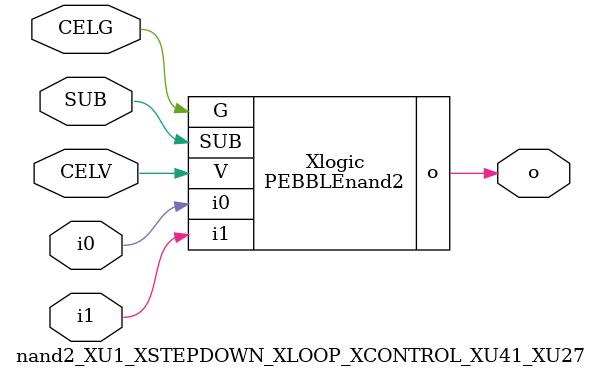
<source format=v>



module PEBBLEnand2 ( o, G, SUB, V, i0, i1 );

  input i0;
  input V;
  input i1;
  input G;
  output o;
  input SUB;
endmodule

//Celera Confidential Do Not Copy nand2_XU1_XSTEPDOWN_XLOOP_XCONTROL_XU41_XU27
//Celera Confidential Symbol Generator
//5V NAND2
module nand2_XU1_XSTEPDOWN_XLOOP_XCONTROL_XU41_XU27 (CELV,CELG,i0,i1,o,SUB);
input CELV;
input CELG;
input i0;
input i1;
input SUB;
output o;

//Celera Confidential Do Not Copy nand2
PEBBLEnand2 Xlogic(
.V (CELV),
.i0 (i0),
.i1 (i1),
.o (o),
.SUB (SUB),
.G (CELG)
);
//,diesize,PEBBLEnand2

//Celera Confidential Do Not Copy Module End
//Celera Schematic Generator
endmodule

</source>
